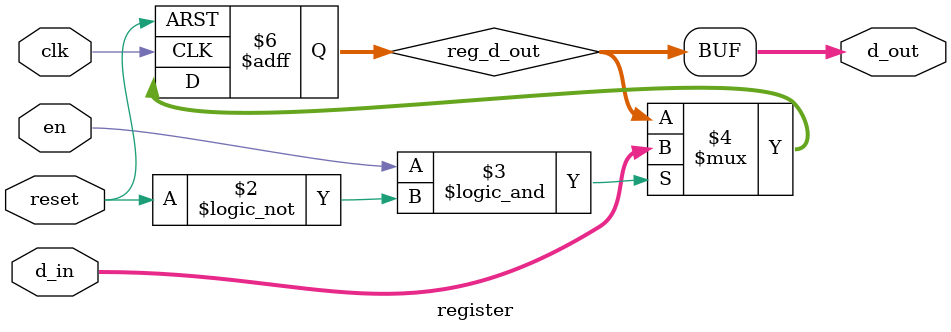
<source format=v>
module register(
    input wire clk,
    input wire reset,
    input wire en,
    input wire [15:0] d_in,
    output wire [15:0] d_out
);
    reg [15:0] reg_d_out;
    assign d_out = reg_d_out;
    always @(posedge clk or posedge reset)begin
            if(reset) reg_d_out <= 0;
            else if(en && !reset) reg_d_out <= d_in;
        end
endmodule
</source>
